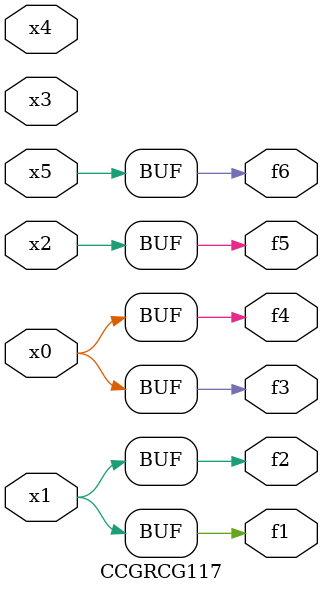
<source format=v>
module CCGRCG117(
	input x0, x1, x2, x3, x4, x5,
	output f1, f2, f3, f4, f5, f6
);
	assign f1 = x1;
	assign f2 = x1;
	assign f3 = x0;
	assign f4 = x0;
	assign f5 = x2;
	assign f6 = x5;
endmodule

</source>
